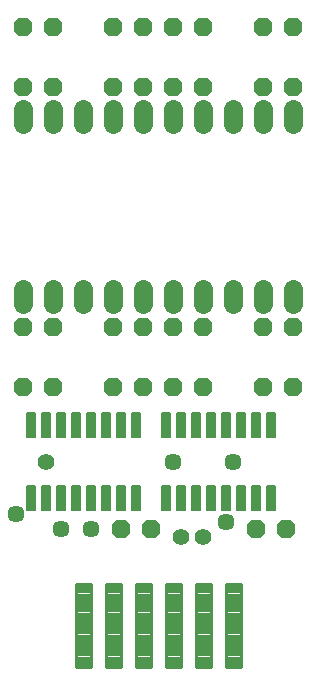
<source format=gts>
G75*
G70*
%OFA0B0*%
%FSLAX24Y24*%
%IPPOS*%
%LPD*%
%AMOC8*
5,1,8,0,0,1.08239X$1,22.5*
%
%ADD10C,0.0624*%
%ADD11OC8,0.0624*%
%ADD12C,0.0053*%
%ADD13C,0.0106*%
%ADD14C,0.0570*%
%ADD15C,0.0552*%
D10*
X001181Y012375D02*
X001181Y012895D01*
X002181Y012895D02*
X002181Y012375D01*
X003181Y012375D02*
X003181Y012895D01*
X004181Y012895D02*
X004181Y012375D01*
X005181Y012375D02*
X005181Y012895D01*
X006181Y012895D02*
X006181Y012375D01*
X007181Y012375D02*
X007181Y012895D01*
X008181Y012895D02*
X008181Y012375D01*
X009181Y012375D02*
X009181Y012895D01*
X010181Y012895D02*
X010181Y012375D01*
X010181Y018375D02*
X010181Y018895D01*
X009181Y018895D02*
X009181Y018375D01*
X008181Y018375D02*
X008181Y018895D01*
X007181Y018895D02*
X007181Y018375D01*
X006181Y018375D02*
X006181Y018895D01*
X005181Y018895D02*
X005181Y018375D01*
X004181Y018375D02*
X004181Y018895D01*
X003181Y018895D02*
X003181Y018375D01*
X002181Y018375D02*
X002181Y018895D01*
X001181Y018895D02*
X001181Y018375D01*
D11*
X001181Y019635D03*
X002181Y019635D03*
X002181Y021635D03*
X001181Y021635D03*
X004181Y021635D03*
X005181Y021635D03*
X006181Y021635D03*
X007181Y021635D03*
X007181Y019635D03*
X006181Y019635D03*
X005181Y019635D03*
X004181Y019635D03*
X004181Y011635D03*
X005181Y011635D03*
X006181Y011635D03*
X007181Y011635D03*
X007181Y009635D03*
X006181Y009635D03*
X005181Y009635D03*
X004181Y009635D03*
X002181Y009635D03*
X001181Y009635D03*
X001181Y011635D03*
X002181Y011635D03*
X004431Y004885D03*
X005431Y004885D03*
X008931Y004885D03*
X009931Y004885D03*
X010181Y009635D03*
X009181Y009635D03*
X009181Y011635D03*
X010181Y011635D03*
X010181Y019635D03*
X009181Y019635D03*
X009181Y021635D03*
X010181Y021635D03*
D12*
X009561Y008745D02*
X009301Y008745D01*
X009561Y008745D02*
X009561Y007945D01*
X009301Y007945D01*
X009301Y008745D01*
X009301Y007997D02*
X009561Y007997D01*
X009561Y008049D02*
X009301Y008049D01*
X009301Y008101D02*
X009561Y008101D01*
X009561Y008153D02*
X009301Y008153D01*
X009301Y008205D02*
X009561Y008205D01*
X009561Y008257D02*
X009301Y008257D01*
X009301Y008309D02*
X009561Y008309D01*
X009561Y008361D02*
X009301Y008361D01*
X009301Y008413D02*
X009561Y008413D01*
X009561Y008465D02*
X009301Y008465D01*
X009301Y008517D02*
X009561Y008517D01*
X009561Y008569D02*
X009301Y008569D01*
X009301Y008621D02*
X009561Y008621D01*
X009561Y008673D02*
X009301Y008673D01*
X009301Y008725D02*
X009561Y008725D01*
X009061Y008745D02*
X008801Y008745D01*
X009061Y008745D02*
X009061Y007945D01*
X008801Y007945D01*
X008801Y008745D01*
X008801Y007997D02*
X009061Y007997D01*
X009061Y008049D02*
X008801Y008049D01*
X008801Y008101D02*
X009061Y008101D01*
X009061Y008153D02*
X008801Y008153D01*
X008801Y008205D02*
X009061Y008205D01*
X009061Y008257D02*
X008801Y008257D01*
X008801Y008309D02*
X009061Y008309D01*
X009061Y008361D02*
X008801Y008361D01*
X008801Y008413D02*
X009061Y008413D01*
X009061Y008465D02*
X008801Y008465D01*
X008801Y008517D02*
X009061Y008517D01*
X009061Y008569D02*
X008801Y008569D01*
X008801Y008621D02*
X009061Y008621D01*
X009061Y008673D02*
X008801Y008673D01*
X008801Y008725D02*
X009061Y008725D01*
X008561Y008745D02*
X008301Y008745D01*
X008561Y008745D02*
X008561Y007945D01*
X008301Y007945D01*
X008301Y008745D01*
X008301Y007997D02*
X008561Y007997D01*
X008561Y008049D02*
X008301Y008049D01*
X008301Y008101D02*
X008561Y008101D01*
X008561Y008153D02*
X008301Y008153D01*
X008301Y008205D02*
X008561Y008205D01*
X008561Y008257D02*
X008301Y008257D01*
X008301Y008309D02*
X008561Y008309D01*
X008561Y008361D02*
X008301Y008361D01*
X008301Y008413D02*
X008561Y008413D01*
X008561Y008465D02*
X008301Y008465D01*
X008301Y008517D02*
X008561Y008517D01*
X008561Y008569D02*
X008301Y008569D01*
X008301Y008621D02*
X008561Y008621D01*
X008561Y008673D02*
X008301Y008673D01*
X008301Y008725D02*
X008561Y008725D01*
X008061Y008745D02*
X007801Y008745D01*
X008061Y008745D02*
X008061Y007945D01*
X007801Y007945D01*
X007801Y008745D01*
X007801Y007997D02*
X008061Y007997D01*
X008061Y008049D02*
X007801Y008049D01*
X007801Y008101D02*
X008061Y008101D01*
X008061Y008153D02*
X007801Y008153D01*
X007801Y008205D02*
X008061Y008205D01*
X008061Y008257D02*
X007801Y008257D01*
X007801Y008309D02*
X008061Y008309D01*
X008061Y008361D02*
X007801Y008361D01*
X007801Y008413D02*
X008061Y008413D01*
X008061Y008465D02*
X007801Y008465D01*
X007801Y008517D02*
X008061Y008517D01*
X008061Y008569D02*
X007801Y008569D01*
X007801Y008621D02*
X008061Y008621D01*
X008061Y008673D02*
X007801Y008673D01*
X007801Y008725D02*
X008061Y008725D01*
X007561Y008745D02*
X007301Y008745D01*
X007561Y008745D02*
X007561Y007945D01*
X007301Y007945D01*
X007301Y008745D01*
X007301Y007997D02*
X007561Y007997D01*
X007561Y008049D02*
X007301Y008049D01*
X007301Y008101D02*
X007561Y008101D01*
X007561Y008153D02*
X007301Y008153D01*
X007301Y008205D02*
X007561Y008205D01*
X007561Y008257D02*
X007301Y008257D01*
X007301Y008309D02*
X007561Y008309D01*
X007561Y008361D02*
X007301Y008361D01*
X007301Y008413D02*
X007561Y008413D01*
X007561Y008465D02*
X007301Y008465D01*
X007301Y008517D02*
X007561Y008517D01*
X007561Y008569D02*
X007301Y008569D01*
X007301Y008621D02*
X007561Y008621D01*
X007561Y008673D02*
X007301Y008673D01*
X007301Y008725D02*
X007561Y008725D01*
X007061Y008745D02*
X006801Y008745D01*
X007061Y008745D02*
X007061Y007945D01*
X006801Y007945D01*
X006801Y008745D01*
X006801Y007997D02*
X007061Y007997D01*
X007061Y008049D02*
X006801Y008049D01*
X006801Y008101D02*
X007061Y008101D01*
X007061Y008153D02*
X006801Y008153D01*
X006801Y008205D02*
X007061Y008205D01*
X007061Y008257D02*
X006801Y008257D01*
X006801Y008309D02*
X007061Y008309D01*
X007061Y008361D02*
X006801Y008361D01*
X006801Y008413D02*
X007061Y008413D01*
X007061Y008465D02*
X006801Y008465D01*
X006801Y008517D02*
X007061Y008517D01*
X007061Y008569D02*
X006801Y008569D01*
X006801Y008621D02*
X007061Y008621D01*
X007061Y008673D02*
X006801Y008673D01*
X006801Y008725D02*
X007061Y008725D01*
X006561Y008745D02*
X006301Y008745D01*
X006561Y008745D02*
X006561Y007945D01*
X006301Y007945D01*
X006301Y008745D01*
X006301Y007997D02*
X006561Y007997D01*
X006561Y008049D02*
X006301Y008049D01*
X006301Y008101D02*
X006561Y008101D01*
X006561Y008153D02*
X006301Y008153D01*
X006301Y008205D02*
X006561Y008205D01*
X006561Y008257D02*
X006301Y008257D01*
X006301Y008309D02*
X006561Y008309D01*
X006561Y008361D02*
X006301Y008361D01*
X006301Y008413D02*
X006561Y008413D01*
X006561Y008465D02*
X006301Y008465D01*
X006301Y008517D02*
X006561Y008517D01*
X006561Y008569D02*
X006301Y008569D01*
X006301Y008621D02*
X006561Y008621D01*
X006561Y008673D02*
X006301Y008673D01*
X006301Y008725D02*
X006561Y008725D01*
X006061Y008745D02*
X005801Y008745D01*
X006061Y008745D02*
X006061Y007945D01*
X005801Y007945D01*
X005801Y008745D01*
X005801Y007997D02*
X006061Y007997D01*
X006061Y008049D02*
X005801Y008049D01*
X005801Y008101D02*
X006061Y008101D01*
X006061Y008153D02*
X005801Y008153D01*
X005801Y008205D02*
X006061Y008205D01*
X006061Y008257D02*
X005801Y008257D01*
X005801Y008309D02*
X006061Y008309D01*
X006061Y008361D02*
X005801Y008361D01*
X005801Y008413D02*
X006061Y008413D01*
X006061Y008465D02*
X005801Y008465D01*
X005801Y008517D02*
X006061Y008517D01*
X006061Y008569D02*
X005801Y008569D01*
X005801Y008621D02*
X006061Y008621D01*
X006061Y008673D02*
X005801Y008673D01*
X005801Y008725D02*
X006061Y008725D01*
X005061Y008745D02*
X004801Y008745D01*
X005061Y008745D02*
X005061Y007945D01*
X004801Y007945D01*
X004801Y008745D01*
X004801Y007997D02*
X005061Y007997D01*
X005061Y008049D02*
X004801Y008049D01*
X004801Y008101D02*
X005061Y008101D01*
X005061Y008153D02*
X004801Y008153D01*
X004801Y008205D02*
X005061Y008205D01*
X005061Y008257D02*
X004801Y008257D01*
X004801Y008309D02*
X005061Y008309D01*
X005061Y008361D02*
X004801Y008361D01*
X004801Y008413D02*
X005061Y008413D01*
X005061Y008465D02*
X004801Y008465D01*
X004801Y008517D02*
X005061Y008517D01*
X005061Y008569D02*
X004801Y008569D01*
X004801Y008621D02*
X005061Y008621D01*
X005061Y008673D02*
X004801Y008673D01*
X004801Y008725D02*
X005061Y008725D01*
X004561Y008745D02*
X004301Y008745D01*
X004561Y008745D02*
X004561Y007945D01*
X004301Y007945D01*
X004301Y008745D01*
X004301Y007997D02*
X004561Y007997D01*
X004561Y008049D02*
X004301Y008049D01*
X004301Y008101D02*
X004561Y008101D01*
X004561Y008153D02*
X004301Y008153D01*
X004301Y008205D02*
X004561Y008205D01*
X004561Y008257D02*
X004301Y008257D01*
X004301Y008309D02*
X004561Y008309D01*
X004561Y008361D02*
X004301Y008361D01*
X004301Y008413D02*
X004561Y008413D01*
X004561Y008465D02*
X004301Y008465D01*
X004301Y008517D02*
X004561Y008517D01*
X004561Y008569D02*
X004301Y008569D01*
X004301Y008621D02*
X004561Y008621D01*
X004561Y008673D02*
X004301Y008673D01*
X004301Y008725D02*
X004561Y008725D01*
X004061Y008745D02*
X003801Y008745D01*
X004061Y008745D02*
X004061Y007945D01*
X003801Y007945D01*
X003801Y008745D01*
X003801Y007997D02*
X004061Y007997D01*
X004061Y008049D02*
X003801Y008049D01*
X003801Y008101D02*
X004061Y008101D01*
X004061Y008153D02*
X003801Y008153D01*
X003801Y008205D02*
X004061Y008205D01*
X004061Y008257D02*
X003801Y008257D01*
X003801Y008309D02*
X004061Y008309D01*
X004061Y008361D02*
X003801Y008361D01*
X003801Y008413D02*
X004061Y008413D01*
X004061Y008465D02*
X003801Y008465D01*
X003801Y008517D02*
X004061Y008517D01*
X004061Y008569D02*
X003801Y008569D01*
X003801Y008621D02*
X004061Y008621D01*
X004061Y008673D02*
X003801Y008673D01*
X003801Y008725D02*
X004061Y008725D01*
X003561Y008745D02*
X003301Y008745D01*
X003561Y008745D02*
X003561Y007945D01*
X003301Y007945D01*
X003301Y008745D01*
X003301Y007997D02*
X003561Y007997D01*
X003561Y008049D02*
X003301Y008049D01*
X003301Y008101D02*
X003561Y008101D01*
X003561Y008153D02*
X003301Y008153D01*
X003301Y008205D02*
X003561Y008205D01*
X003561Y008257D02*
X003301Y008257D01*
X003301Y008309D02*
X003561Y008309D01*
X003561Y008361D02*
X003301Y008361D01*
X003301Y008413D02*
X003561Y008413D01*
X003561Y008465D02*
X003301Y008465D01*
X003301Y008517D02*
X003561Y008517D01*
X003561Y008569D02*
X003301Y008569D01*
X003301Y008621D02*
X003561Y008621D01*
X003561Y008673D02*
X003301Y008673D01*
X003301Y008725D02*
X003561Y008725D01*
X003061Y008745D02*
X002801Y008745D01*
X003061Y008745D02*
X003061Y007945D01*
X002801Y007945D01*
X002801Y008745D01*
X002801Y007997D02*
X003061Y007997D01*
X003061Y008049D02*
X002801Y008049D01*
X002801Y008101D02*
X003061Y008101D01*
X003061Y008153D02*
X002801Y008153D01*
X002801Y008205D02*
X003061Y008205D01*
X003061Y008257D02*
X002801Y008257D01*
X002801Y008309D02*
X003061Y008309D01*
X003061Y008361D02*
X002801Y008361D01*
X002801Y008413D02*
X003061Y008413D01*
X003061Y008465D02*
X002801Y008465D01*
X002801Y008517D02*
X003061Y008517D01*
X003061Y008569D02*
X002801Y008569D01*
X002801Y008621D02*
X003061Y008621D01*
X003061Y008673D02*
X002801Y008673D01*
X002801Y008725D02*
X003061Y008725D01*
X002561Y008745D02*
X002301Y008745D01*
X002561Y008745D02*
X002561Y007945D01*
X002301Y007945D01*
X002301Y008745D01*
X002301Y007997D02*
X002561Y007997D01*
X002561Y008049D02*
X002301Y008049D01*
X002301Y008101D02*
X002561Y008101D01*
X002561Y008153D02*
X002301Y008153D01*
X002301Y008205D02*
X002561Y008205D01*
X002561Y008257D02*
X002301Y008257D01*
X002301Y008309D02*
X002561Y008309D01*
X002561Y008361D02*
X002301Y008361D01*
X002301Y008413D02*
X002561Y008413D01*
X002561Y008465D02*
X002301Y008465D01*
X002301Y008517D02*
X002561Y008517D01*
X002561Y008569D02*
X002301Y008569D01*
X002301Y008621D02*
X002561Y008621D01*
X002561Y008673D02*
X002301Y008673D01*
X002301Y008725D02*
X002561Y008725D01*
X002061Y008745D02*
X001801Y008745D01*
X002061Y008745D02*
X002061Y007945D01*
X001801Y007945D01*
X001801Y008745D01*
X001801Y007997D02*
X002061Y007997D01*
X002061Y008049D02*
X001801Y008049D01*
X001801Y008101D02*
X002061Y008101D01*
X002061Y008153D02*
X001801Y008153D01*
X001801Y008205D02*
X002061Y008205D01*
X002061Y008257D02*
X001801Y008257D01*
X001801Y008309D02*
X002061Y008309D01*
X002061Y008361D02*
X001801Y008361D01*
X001801Y008413D02*
X002061Y008413D01*
X002061Y008465D02*
X001801Y008465D01*
X001801Y008517D02*
X002061Y008517D01*
X002061Y008569D02*
X001801Y008569D01*
X001801Y008621D02*
X002061Y008621D01*
X002061Y008673D02*
X001801Y008673D01*
X001801Y008725D02*
X002061Y008725D01*
X001561Y008745D02*
X001301Y008745D01*
X001561Y008745D02*
X001561Y007945D01*
X001301Y007945D01*
X001301Y008745D01*
X001301Y007997D02*
X001561Y007997D01*
X001561Y008049D02*
X001301Y008049D01*
X001301Y008101D02*
X001561Y008101D01*
X001561Y008153D02*
X001301Y008153D01*
X001301Y008205D02*
X001561Y008205D01*
X001561Y008257D02*
X001301Y008257D01*
X001301Y008309D02*
X001561Y008309D01*
X001561Y008361D02*
X001301Y008361D01*
X001301Y008413D02*
X001561Y008413D01*
X001561Y008465D02*
X001301Y008465D01*
X001301Y008517D02*
X001561Y008517D01*
X001561Y008569D02*
X001301Y008569D01*
X001301Y008621D02*
X001561Y008621D01*
X001561Y008673D02*
X001301Y008673D01*
X001301Y008725D02*
X001561Y008725D01*
X001561Y006325D02*
X001301Y006325D01*
X001561Y006325D02*
X001561Y005525D01*
X001301Y005525D01*
X001301Y006325D01*
X001301Y005577D02*
X001561Y005577D01*
X001561Y005629D02*
X001301Y005629D01*
X001301Y005681D02*
X001561Y005681D01*
X001561Y005733D02*
X001301Y005733D01*
X001301Y005785D02*
X001561Y005785D01*
X001561Y005837D02*
X001301Y005837D01*
X001301Y005889D02*
X001561Y005889D01*
X001561Y005941D02*
X001301Y005941D01*
X001301Y005993D02*
X001561Y005993D01*
X001561Y006045D02*
X001301Y006045D01*
X001301Y006097D02*
X001561Y006097D01*
X001561Y006149D02*
X001301Y006149D01*
X001301Y006201D02*
X001561Y006201D01*
X001561Y006253D02*
X001301Y006253D01*
X001301Y006305D02*
X001561Y006305D01*
X001801Y006325D02*
X002061Y006325D01*
X002061Y005525D01*
X001801Y005525D01*
X001801Y006325D01*
X001801Y005577D02*
X002061Y005577D01*
X002061Y005629D02*
X001801Y005629D01*
X001801Y005681D02*
X002061Y005681D01*
X002061Y005733D02*
X001801Y005733D01*
X001801Y005785D02*
X002061Y005785D01*
X002061Y005837D02*
X001801Y005837D01*
X001801Y005889D02*
X002061Y005889D01*
X002061Y005941D02*
X001801Y005941D01*
X001801Y005993D02*
X002061Y005993D01*
X002061Y006045D02*
X001801Y006045D01*
X001801Y006097D02*
X002061Y006097D01*
X002061Y006149D02*
X001801Y006149D01*
X001801Y006201D02*
X002061Y006201D01*
X002061Y006253D02*
X001801Y006253D01*
X001801Y006305D02*
X002061Y006305D01*
X002301Y006325D02*
X002561Y006325D01*
X002561Y005525D01*
X002301Y005525D01*
X002301Y006325D01*
X002301Y005577D02*
X002561Y005577D01*
X002561Y005629D02*
X002301Y005629D01*
X002301Y005681D02*
X002561Y005681D01*
X002561Y005733D02*
X002301Y005733D01*
X002301Y005785D02*
X002561Y005785D01*
X002561Y005837D02*
X002301Y005837D01*
X002301Y005889D02*
X002561Y005889D01*
X002561Y005941D02*
X002301Y005941D01*
X002301Y005993D02*
X002561Y005993D01*
X002561Y006045D02*
X002301Y006045D01*
X002301Y006097D02*
X002561Y006097D01*
X002561Y006149D02*
X002301Y006149D01*
X002301Y006201D02*
X002561Y006201D01*
X002561Y006253D02*
X002301Y006253D01*
X002301Y006305D02*
X002561Y006305D01*
X002801Y006325D02*
X003061Y006325D01*
X003061Y005525D01*
X002801Y005525D01*
X002801Y006325D01*
X002801Y005577D02*
X003061Y005577D01*
X003061Y005629D02*
X002801Y005629D01*
X002801Y005681D02*
X003061Y005681D01*
X003061Y005733D02*
X002801Y005733D01*
X002801Y005785D02*
X003061Y005785D01*
X003061Y005837D02*
X002801Y005837D01*
X002801Y005889D02*
X003061Y005889D01*
X003061Y005941D02*
X002801Y005941D01*
X002801Y005993D02*
X003061Y005993D01*
X003061Y006045D02*
X002801Y006045D01*
X002801Y006097D02*
X003061Y006097D01*
X003061Y006149D02*
X002801Y006149D01*
X002801Y006201D02*
X003061Y006201D01*
X003061Y006253D02*
X002801Y006253D01*
X002801Y006305D02*
X003061Y006305D01*
X003301Y006325D02*
X003561Y006325D01*
X003561Y005525D01*
X003301Y005525D01*
X003301Y006325D01*
X003301Y005577D02*
X003561Y005577D01*
X003561Y005629D02*
X003301Y005629D01*
X003301Y005681D02*
X003561Y005681D01*
X003561Y005733D02*
X003301Y005733D01*
X003301Y005785D02*
X003561Y005785D01*
X003561Y005837D02*
X003301Y005837D01*
X003301Y005889D02*
X003561Y005889D01*
X003561Y005941D02*
X003301Y005941D01*
X003301Y005993D02*
X003561Y005993D01*
X003561Y006045D02*
X003301Y006045D01*
X003301Y006097D02*
X003561Y006097D01*
X003561Y006149D02*
X003301Y006149D01*
X003301Y006201D02*
X003561Y006201D01*
X003561Y006253D02*
X003301Y006253D01*
X003301Y006305D02*
X003561Y006305D01*
X003801Y006325D02*
X004061Y006325D01*
X004061Y005525D01*
X003801Y005525D01*
X003801Y006325D01*
X003801Y005577D02*
X004061Y005577D01*
X004061Y005629D02*
X003801Y005629D01*
X003801Y005681D02*
X004061Y005681D01*
X004061Y005733D02*
X003801Y005733D01*
X003801Y005785D02*
X004061Y005785D01*
X004061Y005837D02*
X003801Y005837D01*
X003801Y005889D02*
X004061Y005889D01*
X004061Y005941D02*
X003801Y005941D01*
X003801Y005993D02*
X004061Y005993D01*
X004061Y006045D02*
X003801Y006045D01*
X003801Y006097D02*
X004061Y006097D01*
X004061Y006149D02*
X003801Y006149D01*
X003801Y006201D02*
X004061Y006201D01*
X004061Y006253D02*
X003801Y006253D01*
X003801Y006305D02*
X004061Y006305D01*
X004301Y006325D02*
X004561Y006325D01*
X004561Y005525D01*
X004301Y005525D01*
X004301Y006325D01*
X004301Y005577D02*
X004561Y005577D01*
X004561Y005629D02*
X004301Y005629D01*
X004301Y005681D02*
X004561Y005681D01*
X004561Y005733D02*
X004301Y005733D01*
X004301Y005785D02*
X004561Y005785D01*
X004561Y005837D02*
X004301Y005837D01*
X004301Y005889D02*
X004561Y005889D01*
X004561Y005941D02*
X004301Y005941D01*
X004301Y005993D02*
X004561Y005993D01*
X004561Y006045D02*
X004301Y006045D01*
X004301Y006097D02*
X004561Y006097D01*
X004561Y006149D02*
X004301Y006149D01*
X004301Y006201D02*
X004561Y006201D01*
X004561Y006253D02*
X004301Y006253D01*
X004301Y006305D02*
X004561Y006305D01*
X004801Y006325D02*
X005061Y006325D01*
X005061Y005525D01*
X004801Y005525D01*
X004801Y006325D01*
X004801Y005577D02*
X005061Y005577D01*
X005061Y005629D02*
X004801Y005629D01*
X004801Y005681D02*
X005061Y005681D01*
X005061Y005733D02*
X004801Y005733D01*
X004801Y005785D02*
X005061Y005785D01*
X005061Y005837D02*
X004801Y005837D01*
X004801Y005889D02*
X005061Y005889D01*
X005061Y005941D02*
X004801Y005941D01*
X004801Y005993D02*
X005061Y005993D01*
X005061Y006045D02*
X004801Y006045D01*
X004801Y006097D02*
X005061Y006097D01*
X005061Y006149D02*
X004801Y006149D01*
X004801Y006201D02*
X005061Y006201D01*
X005061Y006253D02*
X004801Y006253D01*
X004801Y006305D02*
X005061Y006305D01*
X005801Y006325D02*
X006061Y006325D01*
X006061Y005525D01*
X005801Y005525D01*
X005801Y006325D01*
X005801Y005577D02*
X006061Y005577D01*
X006061Y005629D02*
X005801Y005629D01*
X005801Y005681D02*
X006061Y005681D01*
X006061Y005733D02*
X005801Y005733D01*
X005801Y005785D02*
X006061Y005785D01*
X006061Y005837D02*
X005801Y005837D01*
X005801Y005889D02*
X006061Y005889D01*
X006061Y005941D02*
X005801Y005941D01*
X005801Y005993D02*
X006061Y005993D01*
X006061Y006045D02*
X005801Y006045D01*
X005801Y006097D02*
X006061Y006097D01*
X006061Y006149D02*
X005801Y006149D01*
X005801Y006201D02*
X006061Y006201D01*
X006061Y006253D02*
X005801Y006253D01*
X005801Y006305D02*
X006061Y006305D01*
X006301Y006325D02*
X006561Y006325D01*
X006561Y005525D01*
X006301Y005525D01*
X006301Y006325D01*
X006301Y005577D02*
X006561Y005577D01*
X006561Y005629D02*
X006301Y005629D01*
X006301Y005681D02*
X006561Y005681D01*
X006561Y005733D02*
X006301Y005733D01*
X006301Y005785D02*
X006561Y005785D01*
X006561Y005837D02*
X006301Y005837D01*
X006301Y005889D02*
X006561Y005889D01*
X006561Y005941D02*
X006301Y005941D01*
X006301Y005993D02*
X006561Y005993D01*
X006561Y006045D02*
X006301Y006045D01*
X006301Y006097D02*
X006561Y006097D01*
X006561Y006149D02*
X006301Y006149D01*
X006301Y006201D02*
X006561Y006201D01*
X006561Y006253D02*
X006301Y006253D01*
X006301Y006305D02*
X006561Y006305D01*
X006801Y006325D02*
X007061Y006325D01*
X007061Y005525D01*
X006801Y005525D01*
X006801Y006325D01*
X006801Y005577D02*
X007061Y005577D01*
X007061Y005629D02*
X006801Y005629D01*
X006801Y005681D02*
X007061Y005681D01*
X007061Y005733D02*
X006801Y005733D01*
X006801Y005785D02*
X007061Y005785D01*
X007061Y005837D02*
X006801Y005837D01*
X006801Y005889D02*
X007061Y005889D01*
X007061Y005941D02*
X006801Y005941D01*
X006801Y005993D02*
X007061Y005993D01*
X007061Y006045D02*
X006801Y006045D01*
X006801Y006097D02*
X007061Y006097D01*
X007061Y006149D02*
X006801Y006149D01*
X006801Y006201D02*
X007061Y006201D01*
X007061Y006253D02*
X006801Y006253D01*
X006801Y006305D02*
X007061Y006305D01*
X007301Y006325D02*
X007561Y006325D01*
X007561Y005525D01*
X007301Y005525D01*
X007301Y006325D01*
X007301Y005577D02*
X007561Y005577D01*
X007561Y005629D02*
X007301Y005629D01*
X007301Y005681D02*
X007561Y005681D01*
X007561Y005733D02*
X007301Y005733D01*
X007301Y005785D02*
X007561Y005785D01*
X007561Y005837D02*
X007301Y005837D01*
X007301Y005889D02*
X007561Y005889D01*
X007561Y005941D02*
X007301Y005941D01*
X007301Y005993D02*
X007561Y005993D01*
X007561Y006045D02*
X007301Y006045D01*
X007301Y006097D02*
X007561Y006097D01*
X007561Y006149D02*
X007301Y006149D01*
X007301Y006201D02*
X007561Y006201D01*
X007561Y006253D02*
X007301Y006253D01*
X007301Y006305D02*
X007561Y006305D01*
X007801Y006325D02*
X008061Y006325D01*
X008061Y005525D01*
X007801Y005525D01*
X007801Y006325D01*
X007801Y005577D02*
X008061Y005577D01*
X008061Y005629D02*
X007801Y005629D01*
X007801Y005681D02*
X008061Y005681D01*
X008061Y005733D02*
X007801Y005733D01*
X007801Y005785D02*
X008061Y005785D01*
X008061Y005837D02*
X007801Y005837D01*
X007801Y005889D02*
X008061Y005889D01*
X008061Y005941D02*
X007801Y005941D01*
X007801Y005993D02*
X008061Y005993D01*
X008061Y006045D02*
X007801Y006045D01*
X007801Y006097D02*
X008061Y006097D01*
X008061Y006149D02*
X007801Y006149D01*
X007801Y006201D02*
X008061Y006201D01*
X008061Y006253D02*
X007801Y006253D01*
X007801Y006305D02*
X008061Y006305D01*
X008301Y006325D02*
X008561Y006325D01*
X008561Y005525D01*
X008301Y005525D01*
X008301Y006325D01*
X008301Y005577D02*
X008561Y005577D01*
X008561Y005629D02*
X008301Y005629D01*
X008301Y005681D02*
X008561Y005681D01*
X008561Y005733D02*
X008301Y005733D01*
X008301Y005785D02*
X008561Y005785D01*
X008561Y005837D02*
X008301Y005837D01*
X008301Y005889D02*
X008561Y005889D01*
X008561Y005941D02*
X008301Y005941D01*
X008301Y005993D02*
X008561Y005993D01*
X008561Y006045D02*
X008301Y006045D01*
X008301Y006097D02*
X008561Y006097D01*
X008561Y006149D02*
X008301Y006149D01*
X008301Y006201D02*
X008561Y006201D01*
X008561Y006253D02*
X008301Y006253D01*
X008301Y006305D02*
X008561Y006305D01*
X008801Y006325D02*
X009061Y006325D01*
X009061Y005525D01*
X008801Y005525D01*
X008801Y006325D01*
X008801Y005577D02*
X009061Y005577D01*
X009061Y005629D02*
X008801Y005629D01*
X008801Y005681D02*
X009061Y005681D01*
X009061Y005733D02*
X008801Y005733D01*
X008801Y005785D02*
X009061Y005785D01*
X009061Y005837D02*
X008801Y005837D01*
X008801Y005889D02*
X009061Y005889D01*
X009061Y005941D02*
X008801Y005941D01*
X008801Y005993D02*
X009061Y005993D01*
X009061Y006045D02*
X008801Y006045D01*
X008801Y006097D02*
X009061Y006097D01*
X009061Y006149D02*
X008801Y006149D01*
X008801Y006201D02*
X009061Y006201D01*
X009061Y006253D02*
X008801Y006253D01*
X008801Y006305D02*
X009061Y006305D01*
X009301Y006325D02*
X009561Y006325D01*
X009561Y005525D01*
X009301Y005525D01*
X009301Y006325D01*
X009301Y005577D02*
X009561Y005577D01*
X009561Y005629D02*
X009301Y005629D01*
X009301Y005681D02*
X009561Y005681D01*
X009561Y005733D02*
X009301Y005733D01*
X009301Y005785D02*
X009561Y005785D01*
X009561Y005837D02*
X009301Y005837D01*
X009301Y005889D02*
X009561Y005889D01*
X009561Y005941D02*
X009301Y005941D01*
X009301Y005993D02*
X009561Y005993D01*
X009561Y006045D02*
X009301Y006045D01*
X009301Y006097D02*
X009561Y006097D01*
X009561Y006149D02*
X009301Y006149D01*
X009301Y006201D02*
X009561Y006201D01*
X009561Y006253D02*
X009301Y006253D01*
X009301Y006305D02*
X009561Y006305D01*
D13*
X008440Y000283D02*
X007922Y000283D01*
X007922Y003037D01*
X008440Y003037D01*
X008440Y000283D01*
X008440Y000388D02*
X007922Y000388D01*
X007922Y000493D02*
X008440Y000493D01*
X008440Y000598D02*
X007922Y000598D01*
X007922Y000703D02*
X008440Y000703D01*
X008440Y000808D02*
X007922Y000808D01*
X007922Y000913D02*
X008440Y000913D01*
X008440Y001018D02*
X007922Y001018D01*
X007922Y001123D02*
X008440Y001123D01*
X008440Y001228D02*
X007922Y001228D01*
X007922Y001333D02*
X008440Y001333D01*
X008440Y001438D02*
X007922Y001438D01*
X007922Y001543D02*
X008440Y001543D01*
X008440Y001648D02*
X007922Y001648D01*
X007922Y001753D02*
X008440Y001753D01*
X008440Y001858D02*
X007922Y001858D01*
X007922Y001963D02*
X008440Y001963D01*
X008440Y002068D02*
X007922Y002068D01*
X007922Y002173D02*
X008440Y002173D01*
X008440Y002278D02*
X007922Y002278D01*
X007922Y002383D02*
X008440Y002383D01*
X008440Y002488D02*
X007922Y002488D01*
X007922Y002593D02*
X008440Y002593D01*
X008440Y002698D02*
X007922Y002698D01*
X007922Y002803D02*
X008440Y002803D01*
X008440Y002908D02*
X007922Y002908D01*
X007922Y003013D02*
X008440Y003013D01*
X007440Y000283D02*
X006922Y000283D01*
X006922Y003037D01*
X007440Y003037D01*
X007440Y000283D01*
X007440Y000388D02*
X006922Y000388D01*
X006922Y000493D02*
X007440Y000493D01*
X007440Y000598D02*
X006922Y000598D01*
X006922Y000703D02*
X007440Y000703D01*
X007440Y000808D02*
X006922Y000808D01*
X006922Y000913D02*
X007440Y000913D01*
X007440Y001018D02*
X006922Y001018D01*
X006922Y001123D02*
X007440Y001123D01*
X007440Y001228D02*
X006922Y001228D01*
X006922Y001333D02*
X007440Y001333D01*
X007440Y001438D02*
X006922Y001438D01*
X006922Y001543D02*
X007440Y001543D01*
X007440Y001648D02*
X006922Y001648D01*
X006922Y001753D02*
X007440Y001753D01*
X007440Y001858D02*
X006922Y001858D01*
X006922Y001963D02*
X007440Y001963D01*
X007440Y002068D02*
X006922Y002068D01*
X006922Y002173D02*
X007440Y002173D01*
X007440Y002278D02*
X006922Y002278D01*
X006922Y002383D02*
X007440Y002383D01*
X007440Y002488D02*
X006922Y002488D01*
X006922Y002593D02*
X007440Y002593D01*
X007440Y002698D02*
X006922Y002698D01*
X006922Y002803D02*
X007440Y002803D01*
X007440Y002908D02*
X006922Y002908D01*
X006922Y003013D02*
X007440Y003013D01*
X006440Y000283D02*
X005922Y000283D01*
X005922Y003037D01*
X006440Y003037D01*
X006440Y000283D01*
X006440Y000388D02*
X005922Y000388D01*
X005922Y000493D02*
X006440Y000493D01*
X006440Y000598D02*
X005922Y000598D01*
X005922Y000703D02*
X006440Y000703D01*
X006440Y000808D02*
X005922Y000808D01*
X005922Y000913D02*
X006440Y000913D01*
X006440Y001018D02*
X005922Y001018D01*
X005922Y001123D02*
X006440Y001123D01*
X006440Y001228D02*
X005922Y001228D01*
X005922Y001333D02*
X006440Y001333D01*
X006440Y001438D02*
X005922Y001438D01*
X005922Y001543D02*
X006440Y001543D01*
X006440Y001648D02*
X005922Y001648D01*
X005922Y001753D02*
X006440Y001753D01*
X006440Y001858D02*
X005922Y001858D01*
X005922Y001963D02*
X006440Y001963D01*
X006440Y002068D02*
X005922Y002068D01*
X005922Y002173D02*
X006440Y002173D01*
X006440Y002278D02*
X005922Y002278D01*
X005922Y002383D02*
X006440Y002383D01*
X006440Y002488D02*
X005922Y002488D01*
X005922Y002593D02*
X006440Y002593D01*
X006440Y002698D02*
X005922Y002698D01*
X005922Y002803D02*
X006440Y002803D01*
X006440Y002908D02*
X005922Y002908D01*
X005922Y003013D02*
X006440Y003013D01*
X005440Y000283D02*
X004922Y000283D01*
X004922Y003037D01*
X005440Y003037D01*
X005440Y000283D01*
X005440Y000388D02*
X004922Y000388D01*
X004922Y000493D02*
X005440Y000493D01*
X005440Y000598D02*
X004922Y000598D01*
X004922Y000703D02*
X005440Y000703D01*
X005440Y000808D02*
X004922Y000808D01*
X004922Y000913D02*
X005440Y000913D01*
X005440Y001018D02*
X004922Y001018D01*
X004922Y001123D02*
X005440Y001123D01*
X005440Y001228D02*
X004922Y001228D01*
X004922Y001333D02*
X005440Y001333D01*
X005440Y001438D02*
X004922Y001438D01*
X004922Y001543D02*
X005440Y001543D01*
X005440Y001648D02*
X004922Y001648D01*
X004922Y001753D02*
X005440Y001753D01*
X005440Y001858D02*
X004922Y001858D01*
X004922Y001963D02*
X005440Y001963D01*
X005440Y002068D02*
X004922Y002068D01*
X004922Y002173D02*
X005440Y002173D01*
X005440Y002278D02*
X004922Y002278D01*
X004922Y002383D02*
X005440Y002383D01*
X005440Y002488D02*
X004922Y002488D01*
X004922Y002593D02*
X005440Y002593D01*
X005440Y002698D02*
X004922Y002698D01*
X004922Y002803D02*
X005440Y002803D01*
X005440Y002908D02*
X004922Y002908D01*
X004922Y003013D02*
X005440Y003013D01*
X004440Y000283D02*
X003922Y000283D01*
X003922Y003037D01*
X004440Y003037D01*
X004440Y000283D01*
X004440Y000388D02*
X003922Y000388D01*
X003922Y000493D02*
X004440Y000493D01*
X004440Y000598D02*
X003922Y000598D01*
X003922Y000703D02*
X004440Y000703D01*
X004440Y000808D02*
X003922Y000808D01*
X003922Y000913D02*
X004440Y000913D01*
X004440Y001018D02*
X003922Y001018D01*
X003922Y001123D02*
X004440Y001123D01*
X004440Y001228D02*
X003922Y001228D01*
X003922Y001333D02*
X004440Y001333D01*
X004440Y001438D02*
X003922Y001438D01*
X003922Y001543D02*
X004440Y001543D01*
X004440Y001648D02*
X003922Y001648D01*
X003922Y001753D02*
X004440Y001753D01*
X004440Y001858D02*
X003922Y001858D01*
X003922Y001963D02*
X004440Y001963D01*
X004440Y002068D02*
X003922Y002068D01*
X003922Y002173D02*
X004440Y002173D01*
X004440Y002278D02*
X003922Y002278D01*
X003922Y002383D02*
X004440Y002383D01*
X004440Y002488D02*
X003922Y002488D01*
X003922Y002593D02*
X004440Y002593D01*
X004440Y002698D02*
X003922Y002698D01*
X003922Y002803D02*
X004440Y002803D01*
X004440Y002908D02*
X003922Y002908D01*
X003922Y003013D02*
X004440Y003013D01*
X003440Y000283D02*
X002922Y000283D01*
X002922Y003037D01*
X003440Y003037D01*
X003440Y000283D01*
X003440Y000388D02*
X002922Y000388D01*
X002922Y000493D02*
X003440Y000493D01*
X003440Y000598D02*
X002922Y000598D01*
X002922Y000703D02*
X003440Y000703D01*
X003440Y000808D02*
X002922Y000808D01*
X002922Y000913D02*
X003440Y000913D01*
X003440Y001018D02*
X002922Y001018D01*
X002922Y001123D02*
X003440Y001123D01*
X003440Y001228D02*
X002922Y001228D01*
X002922Y001333D02*
X003440Y001333D01*
X003440Y001438D02*
X002922Y001438D01*
X002922Y001543D02*
X003440Y001543D01*
X003440Y001648D02*
X002922Y001648D01*
X002922Y001753D02*
X003440Y001753D01*
X003440Y001858D02*
X002922Y001858D01*
X002922Y001963D02*
X003440Y001963D01*
X003440Y002068D02*
X002922Y002068D01*
X002922Y002173D02*
X003440Y002173D01*
X003440Y002278D02*
X002922Y002278D01*
X002922Y002383D02*
X003440Y002383D01*
X003440Y002488D02*
X002922Y002488D01*
X002922Y002593D02*
X003440Y002593D01*
X003440Y002698D02*
X002922Y002698D01*
X002922Y002803D02*
X003440Y002803D01*
X003440Y002908D02*
X002922Y002908D01*
X002922Y003013D02*
X003440Y003013D01*
D14*
X002431Y004885D03*
X003431Y004885D03*
X000931Y005385D03*
X006181Y007135D03*
X007931Y005135D03*
X008181Y007135D03*
D15*
X007181Y004635D03*
X006431Y004635D03*
X001931Y007135D03*
M02*

</source>
